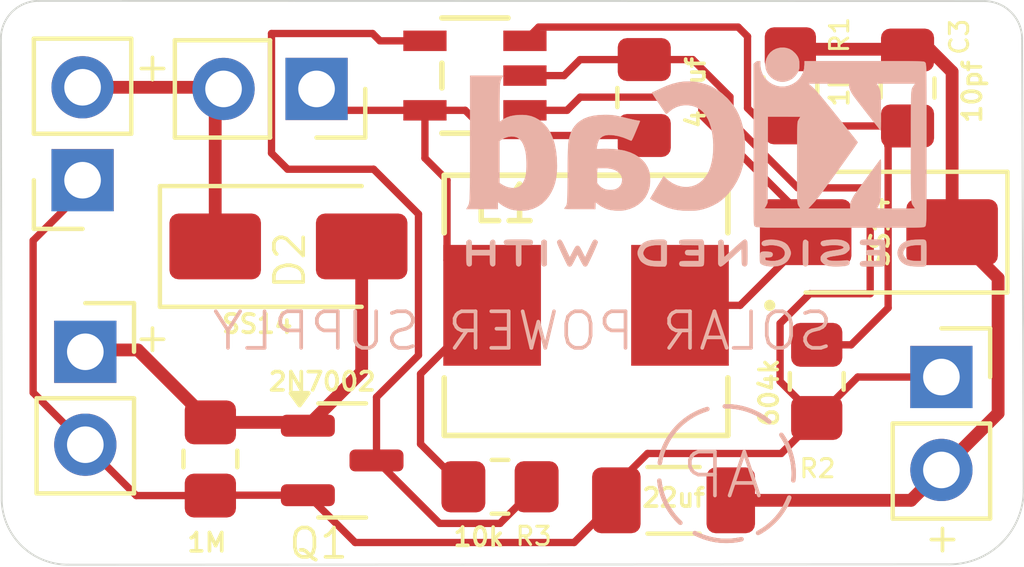
<source format=kicad_pcb>
(kicad_pcb (version 20241229) (generator "pcbnew") (generator_version "9.0")
  (layers (0 "F.Cu" signal) (2 "B.Cu" signal) (13 "F.Paste" user) (15 "B.Paste" user) (5 "F.SilkS" user "F.Silkscreen") (7 "B.SilkS" user "B.Silkscreen") (1 "F.Mask" user) (3 "B.Mask" user) (25 "Edge.Cuts" user))
  (net 0 "")
  (net 1 "GNDD")
  (net 2 "Net-(J3-Pin_1)")
  (net 3 "/output_pwr")
  (net 4 "Net-(U1-FB)")
  (net 5 "Net-(D1-A)")
  (net 6 "/solar_PWR")
  (net 7 "/battery_pwr")
  (net 8 "Net-(Q1-D)")
  (footprint "Connector_PinSocket_2.54mm:PinSocket_1x02_P2.54mm_Vertical" (layer "F.Cu") (at 66.5075 108.64 180)
    (property "Reference" "J2" (hide yes))
    (property "Value" "Conn_01x02_Pin" (hide yes))
    (pad "1" thru_hole rect (at 0 0 180) (size 1.7 1.7) (drill 1) (layers "*.Cu" "*.Mask") (net 1 "GNDD"))
    (pad "2" thru_hole circle (at 0 2.54 180) (size 1.7 1.7) (drill 1) (layers "*.Cu" "*.Mask") (net 7 "/battery_pwr"))
  )
  (footprint "footprints:IND_ASPI-0630LR_ABR" (layer "F.Cu") (at 80.2575 112.06 180)
    (property "Reference" "L1" (at 2.22 2.76987 0) (layer "F.SilkS"))
    (property "Value" "ASPI0630L")
    (pad "1" smd rect (at -2.5654 0 270) (size 3.302 2.667) (layers "F.Cu" "F.Mask" "F.Paste") (net 5 "Net-(D1-A)"))
    (pad "2" smd rect (at 2.5654 0 270) (size 3.302 2.667) (layers "F.Cu" "F.Mask" "F.Paste") (net 2 "Net-(J3-Pin_1)"))
  )
  (footprint "Diode_SMD:D_SMA" (layer "F.Cu") (at 72.13 110.45)
    (property "Reference" "D2" (at 0.0375 0.38 90) (layer "F.SilkS") (effects (font (size 0.8 0.8) (thickness 0.1))))
    (property "Value" "SS14" (at -0.8525 2.12 0) (layer "F.SilkS") (effects (font (size 0.5 0.5) (thickness 0.1) (bold yes))))
    (pad "1" smd roundrect (at -2 0) (size 2.5 1.8) (layers "F.Cu" "F.Mask" "F.Paste") (roundrect_rratio 0.1388888889) (net 7 "/battery_pwr"))
    (pad "2" smd roundrect (at 2 0) (size 2.5 1.8) (layers "F.Cu" "F.Mask" "F.Paste") (roundrect_rratio 0.1388888889) (net 6 "/solar_PWR"))
  )
  (footprint "Connector_PinSocket_2.54mm:PinSocket_1x02_P2.54mm_Vertical" (layer "F.Cu") (at 66.5825 113.33)
    (property "Reference" "J4" (hide yes))
    (property "Value" "Conn_01x02_Pin" (hide yes))
    (pad "1" thru_hole rect (at 0 0) (size 1.7 1.7) (drill 1) (layers "*.Cu" "*.Mask") (net 6 "/solar_PWR"))
    (pad "2" thru_hole circle (at 0 2.54) (size 1.7 1.7) (drill 1) (layers "*.Cu" "*.Mask") (net 1 "GNDD"))
  )
  (footprint "Resistor_SMD:R_0805_2012Metric_Pad1.20x1.40mm_HandSolder" (layer "F.Cu") (at 77.9075 117.02)
    (property "Reference" "R3" (hide yes))
    (property "Value" "10k" (at -0.58 1.375 0) (layer "F.SilkS") (effects (font (size 0.5 0.5) (thickness 0.1))))
    (fp_text user "${REFERENCE}" (at 0.92 1.35 0) (layer "F.SilkS") (effects (font (size 0.5 0.5) (thickness 0.08))))
    (pad "1" smd roundrect (at -1 0) (size 1.2 1.4) (layers "F.Cu" "F.Mask" "F.Paste") (roundrect_rratio 0.208333) (net 2 "Net-(J3-Pin_1)"))
    (pad "2" smd roundrect (at 1 0) (size 1.2 1.4) (layers "F.Cu" "F.Mask" "F.Paste") (roundrect_rratio 0.208333) (net 8 "Net-(Q1-D)"))
  )
  (footprint "Connector_PinSocket_2.54mm:PinSocket_1x02_P2.54mm_Vertical" (layer "F.Cu") (at 89.9625 114.02)
    (property "Reference" "J1" (hide yes))
    (property "Value" "Conn_01x02_Pin" (hide yes))
    (pad "1" thru_hole rect (at 0 0) (size 1.7 1.7) (drill 1) (layers "*.Cu" "*.Mask") (net 1 "GNDD"))
    (pad "2" thru_hole circle (at 0 2.54) (size 1.7 1.7) (drill 1) (layers "*.Cu" "*.Mask") (net 3 "/output_pwr"))
  )
  (footprint "Resistor_SMD:R_0805_2012Metric_Pad1.20x1.40mm_HandSolder" (layer "F.Cu") (at 86.5575 114.14 -90)
    (property "Reference" "R2" (hide yes))
    (property "Value" "604k" (at 0.305 1.305 90) (layer "F.SilkS") (effects (font (size 0.5 0.5) (thickness 0.1))))
    (fp_text user "${REFERENCE}" (at 2.38 -0.02 180) (layer "F.SilkS") (effects (font (size 0.5 0.5) (thickness 0.08))))
    (pad "1" smd roundrect (at -1 0 270) (size 1.2 1.4) (layers "F.Cu" "F.Mask" "F.Paste") (roundrect_rratio 0.208333) (net 4 "Net-(U1-FB)"))
    (pad "2" smd roundrect (at 1 0 270) (size 1.2 1.4) (layers "F.Cu" "F.Mask" "F.Paste") (roundrect_rratio 0.208333) (net 1 "GNDD"))
  )
  (footprint "Capacitor_SMD:C_0805_2012Metric_Pad1.18x1.45mm_HandSolder" (layer "F.Cu") (at 89.0375 106.12 -90)
    (property "Reference" "C3" (hide yes))
    (property "Value" "10pf" (at 0.1 -1.765 90) (layer "F.SilkS") (effects (font (size 0.5 0.5) (thickness 0.1))))
    (fp_text user "${REFERENCE}" (at -1.4 -1.415 90) (layer "F.SilkS") (effects (font (size 0.5 0.5) (thickness 0.08))))
    (pad "1" smd roundrect (at -1.0375 0 270) (size 1.175 1.45) (layers "F.Cu" "F.Mask" "F.Paste") (roundrect_rratio 0.212766) (net 3 "/output_pwr"))
    (pad "2" smd roundrect (at 1.0375 0 270) (size 1.175 1.45) (layers "F.Cu" "F.Mask" "F.Paste") (roundrect_rratio 0.212766) (net 4 "Net-(U1-FB)"))
  )
  (footprint "Capacitor_SMD:C_0805_2012Metric_Pad1.18x1.45mm_HandSolder" (layer "F.Cu") (at 81.8475 106.38 90)
    (property "Reference" "C1" (hide yes))
    (property "Value" "4.7uf" (at 0.135 1.405 90) (layer "F.SilkS") (effects (font (size 0.5 0.5) (thickness 0.1))))
    (pad "1" smd roundrect (at -1.0375 0 90) (size 1.175 1.45) (layers "F.Cu" "F.Mask" "F.Paste") (roundrect_rratio 0.212766) (net 2 "Net-(J3-Pin_1)"))
    (pad "2" smd roundrect (at 1.0375 0 90) (size 1.175 1.45) (layers "F.Cu" "F.Mask" "F.Paste") (roundrect_rratio 0.212766) (net 1 "GNDD"))
  )
  (footprint "Package_TO_SOT_SMD:SOT-23" (layer "F.Cu") (at 73.5975 116.3)
    (property "Reference" "Q1" (at -0.645 2.27 0) (layer "F.SilkS") (effects (font (size 0.8 0.8) (thickness 0.1))))
    (property "Value" "2N7002" (at -0.545 -2.155 180) (layer "F.SilkS") (effects (font (size 0.5 0.5) (thickness 0.1))))
    (pad "1" smd roundrect (at -0.9375 -0.95) (size 1.475 0.6) (layers "F.Cu" "F.Mask" "F.Paste") (net 6 "/solar_PWR"))
    (pad "2" smd roundrect (at -0.9375 0.95) (size 1.475 0.6) (layers "F.Cu" "F.Mask" "F.Paste") (net 1 "GNDD"))
    (pad "3" smd roundrect (at 0.9375 0) (size 1.475 0.6) (layers "F.Cu" "F.Mask" "F.Paste") (net 8 "Net-(Q1-D)"))
  )
  (footprint "Resistor_SMD:R_0805_2012Metric_Pad1.20x1.40mm_HandSolder" (layer "F.Cu") (at 69.9975 116.26 -90)
    (property "Reference" "R4" (hide yes))
    (property "Value" "1M" (at 2.285 0.095 180) (layer "F.SilkS") (effects (font (size 0.5 0.5) (thickness 0.1))))
    (pad "1" smd roundrect (at -1 0 270) (size 1.2 1.4) (layers "F.Cu" "F.Mask" "F.Paste") (roundrect_rratio 0.208333) (net 6 "/solar_PWR"))
    (pad "2" smd roundrect (at 1 0 270) (size 1.2 1.4) (layers "F.Cu" "F.Mask" "F.Paste") (roundrect_rratio 0.208333) (net 1 "GNDD"))
  )
  (footprint "Capacitor_SMD:C_1206_3216Metric_Pad1.33x1.80mm_HandSolder" (layer "F.Cu") (at 82.6475 117.39 180)
    (property "Reference" "C2" (hide yes))
    (property "Value" "22uf" (at 0 0.07 0) (layer "F.SilkS") (effects (font (size 0.5 0.5) (thickness 0.1))))
    (pad "1" smd roundrect (at -1.5625 0 180) (size 1.325 1.8) (layers "F.Cu" "F.Mask" "F.Paste") (roundrect_rratio 0.188679) (net 3 "/output_pwr"))
    (pad "2" smd roundrect (at 1.5625 0 180) (size 1.325 1.8) (layers "F.Cu" "F.Mask" "F.Paste") (roundrect_rratio 0.188679) (net 1 "GNDD"))
  )
  (footprint "Resistor_SMD:R_0805_2012Metric_Pad1.20x1.40mm_HandSolder" (layer "F.Cu") (at 85.8375 106.06 -90)
    (property "Reference" "R1" (hide yes))
    (property "Value" "1M" (at 0.035 -1.34 270) (layer "F.SilkS") (effects (font (size 0.5 0.5) (thickness 0.1))))
    (fp_text user "${REFERENCE}" (at -1.39 -1.34 90) (layer "F.SilkS") (effects (font (size 0.5 0.5) (thickness 0.08))))
    (pad "1" smd roundrect (at -1 0 270) (size 1.2 1.4) (layers "F.Cu" "F.Mask" "F.Paste") (roundrect_rratio 0.208333) (net 3 "/output_pwr"))
    (pad "2" smd roundrect (at 1 0 270) (size 1.2 1.4) (layers "F.Cu" "F.Mask" "F.Paste") (roundrect_rratio 0.208333) (net 4 "Net-(U1-FB)"))
  )
  (footprint "AP3015aktr -g1:SOT23-5_1P55X2P9_DIO" (layer "F.Cu") (at 77.22275 105.78 180)
    (property "Reference" "U1" (hide yes))
    (property "Value" "aktr")
    (pad "1" smd rect (at -1.36525 -0.950001 180) (size 1.1811 0.5588) (layers "F.Cu" "F.Mask" "F.Paste") (net 5 "Net-(D1-A)"))
    (pad "2" smd rect (at -1.36525 0 180) (size 1.1811 0.5588) (layers "F.Cu" "F.Mask" "F.Paste") (net 1 "GNDD"))
    (pad "3" smd rect (at -1.36525 0.950001 180) (size 1.1811 0.5588) (layers "F.Cu" "F.Mask" "F.Paste") (net 4 "Net-(U1-FB)"))
    (pad "4" smd rect (at 1.36525 0.950001 180) (size 1.1811 0.5588) (layers "F.Cu" "F.Mask" "F.Paste") (net 8 "Net-(Q1-D)"))
    (pad "5" smd rect (at 1.36525 -0.950001 180) (size 1.1811 0.5588) (layers "F.Cu" "F.Mask" "F.Paste") (net 2 "Net-(J3-Pin_1)"))
  )
  (footprint "Diode_SMD:D_SMA" (layer "F.Cu") (at 88.255 110.06 180)
    (property "Reference" "D1" (hide yes))
    (property "Value" "SS14" (at -0.0225 0 90) (layer "F.SilkS") (effects (font (size 0.5 0.5) (thickness 0.1))))
    (pad "1" smd roundrect (at -2 0 180) (size 2.5 1.8) (layers "F.Cu" "F.Mask" "F.Paste") (roundrect_rratio 0.1388888889) (net 3 "/output_pwr"))
    (pad "2" smd roundrect (at 2 0 180) (size 2.5 1.8) (layers "F.Cu" "F.Mask" "F.Paste") (roundrect_rratio 0.1388888889) (net 5 "Net-(D1-A)"))
  )
  (footprint "Connector_PinSocket_2.54mm:PinSocket_1x02_P2.54mm_Vertical" (layer "F.Cu") (at 72.8975 106.145 -90)
    (property "Reference" "J3" (hide yes))
    (property "Value" "Conn_01x02_Pin" (hide yes))
    (pad "1" thru_hole rect (at 0 0 270) (size 1.7 1.7) (drill 1) (layers "*.Cu" "*.Mask") (net 2 "Net-(J3-Pin_1)"))
    (pad "2" thru_hole circle (at 0 2.54 270) (size 1.7 1.7) (drill 1) (layers "*.Cu" "*.Mask") (net 7 "/battery_pwr"))
  )
  (footprint "Symbol:KiCad-Logo2_5mm_SilkScreen" (layer "B.Cu") (at 83.2775 107.995 180)
    (property "Reference" "REF**" (hide yes))
    (property "Value" "KiCad-Logo2_5mm_SilkScreen" (hide yes))
  )
  (gr_circle (center 84.088315 116.66) (end 82.538315 115.67) (stroke (width 0.12) (type dash)) (fill no) (layer "B.SilkS"))
  (gr_line (start 65.30746 103.739061) (end 91.144435 103.744245) (stroke (width 0.05)) (layer "Edge.Cuts"))
  (gr_line (start 64.2775 104.76) (end 64.299036 117.39491) (stroke (width 0.05)) (layer "Edge.Cuts"))
  (gr_line (start 90.1775 119.14) (end 66.117551 119.149269) (stroke (width 0.05)) (layer "Edge.Cuts"))
  (gr_line (start 92.165964 104.77509) (end 92.2075 117.11) (stroke (width 0.05)) (layer "Edge.Cuts"))
  (gr_arc (start 66.117551 119.149269) (mid 64.851309 118.642129) (end 64.299036 117.39491) (stroke (width 0.05)) (layer "Edge.Cuts"))
  (gr_arc (start 92.2075 117.11) (mid 91.612927 118.545427) (end 90.1775 119.14) (stroke (width 0.05)) (layer "Edge.Cuts"))
  (gr_arc (start 91.145079 103.74513) (mid 91.867526 104.049986) (end 92.165964 104.77509) (stroke (width 0.05)) (layer "Edge.Cuts"))
  (gr_arc (start 64.2775 104.76) (mid 64.582362 104.037555) (end 65.30746 103.739115) (stroke (width 0.05)) (layer "Edge.Cuts"))
  (gr_text "+" (at 68.9775 113.395 0) (layer "F.SilkS") (effects (font (size 0.8 0.8) (thickness 0.1)) (justify left bottom mirror)))
  (gr_text "+" (at 90.5525 118.87 0) (layer "F.SilkS") (effects (font (size 0.8 0.8) (thickness 0.1)) (justify left bottom mirror)))
  (gr_text "+" (at 68.9775 105.995 0) (layer "F.SilkS") (effects (font (size 0.8 0.8) (thickness 0.1)) (justify left bottom mirror)))
  (gr_text "SOLAR POWER SUPPLY" (at 87.0675 113.35 0) (layer "B.SilkS") (effects (font (size 1 1) (thickness 0.1)) (justify left bottom mirror)))
  (gr_text "AP" (at 85.1575 117.41 0) (layer "B.SilkS") (effects (font (size 1.2 1.2) (thickness 0.1)) (justify left bottom mirror)))
  (segment (start 78.588 105.78) (end 79.6575 105.78) (width 0.2) (layer "F.Cu") (net 1))
  (segment (start 66.5825 115.87) (end 65.1575 114.445) (width 0.2) (layer "F.Cu") (net 1))
  (segment (start 79.6575 105.78) (end 80.095 105.3425) (width 0.2) (layer "F.Cu") (net 1))
  (segment (start 72.66 117.25) (end 73.952945 118.542945) (width 0.2) (layer "F.Cu") (net 1))
  (segment (start 86.04034 108.849) (end 87.8365 108.849) (width 0.2) (layer "F.Cu") (net 1))
  (segment (start 85.5565 112.55484) (end 85.5565 114.139) (width 0.2) (layer "F.Cu") (net 1))
  (segment (start 66.5075 108.94) (end 66.5075 108.64) (width 0.2) (layer "F.Cu") (net 1))
  (segment (start 85.5875 116.11) (end 86.5575 115.14) (width 0.2) (layer "F.Cu") (net 1))
  (segment (start 90.0075 114.0575) (end 90.0525 114.1025) (width 0.35) (layer "F.Cu") (net 1))
  (segment (start 89.615 113.9875) (end 89.7425 113.86) (width 0.35) (layer "F.Cu") (net 1))
  (segment (start 88.0175 111.7429) (end 86.36844 111.7429) (width 0.2) (layer "F.Cu") (net 1))
  (segment (start 89.53 113.58) (end 90.0525 114.1025) (width 0.35) (layer "F.Cu") (net 1))
  (segment (start 70.2075 117.25) (end 72.66 117.25) (width 0.2) (layer "F.Cu") (net 1))
  (segment (start 70.1975 117.26) (end 70.2075 117.25) (width 0.2) (layer "F.Cu") (net 1))
  (segment (start 79.932055 118.542945) (end 81.085 117.39) (width 0.2) (layer "F.Cu") (net 1))
  (segment (start 88.0175 109.03) (end 88.0175 111.7429) (width 0.2) (layer "F.Cu") (net 1))
  (segment (start 86.36844 111.7429) (end 85.5565 112.55484) (width 0.2) (layer "F.Cu") (net 1))
  (segment (start 65.1575 110.29) (end 66.5075 108.94) (width 0.2) (layer "F.Cu") (net 1))
  (segment (start 67.9725 117.26) (end 69.9975 117.26) (width 0.2) (layer "F.Cu") (net 1))
  (segment (start 81.085 117.39) (end 81.085 116.9625) (width 0.2) (layer "F.Cu") (net 1))
  (segment (start 84.1875 106.36) (end 84.1875 106.99616) (width 0.2) (layer "F.Cu") (net 1))
  (segment (start 83.17 105.3425) (end 84.1875 106.36) (width 0.2) (layer "F.Cu") (net 1))
  (segment (start 73.952945 118.542945) (end 79.932055 118.542945) (width 0.2) (layer "F.Cu") (net 1))
  (segment (start 81.8475 105.3425) (end 83.17 105.3425) (width 0.2) (layer "F.Cu") (net 1))
  (segment (start 66.5825 115.87) (end 67.9725 117.26) (width 0.2) (layer "F.Cu") (net 1))
  (segment (start 65.1575 114.445) (end 65.1575 110.29) (width 0.2) (layer "F.Cu") (net 1))
  (segment (start 85.5565 114.139) (end 86.5575 115.14) (width 0.2) (layer "F.Cu") (net 1))
  (segment (start 81.9375 116.11) (end 85.5875 116.11) (width 0.2) (layer "F.Cu") (net 1))
  (segment (start 69.9975 117.26) (end 70.1975 117.26) (width 0.2) (layer "F.Cu") (net 1))
  (segment (start 87.8365 108.849) (end 88.0175 109.03) (width 0.2) (layer "F.Cu") (net 1))
  (segment (start 87.6775 114.02) (end 86.5575 115.14) (width 0.2) (layer "F.Cu") (net 1))
  (segment (start 80.095 105.3425) (end 81.8475 105.3425) (width 0.2) (layer "F.Cu") (net 1))
  (segment (start 84.1875 106.99616) (end 86.04034 108.849) (width 0.2) (layer "F.Cu") (net 1))
  (segment (start 81.085 116.9625) (end 81.9375 116.11) (width 0.2) (layer "F.Cu") (net 1))
  (segment (start 89.9625 114.02) (end 87.6775 114.02) (width 0.2) (layer "F.Cu") (net 1))
  (segment (start 77.645 107.4175) (end 81.8475 107.4175) (width 0.2) (layer "F.Cu") (net 2))
  (segment (start 75.8575 106.730001) (end 73.482501 106.730001) (width 0.2) (layer "F.Cu") (net 2))
  (segment (start 75.7375 113.9345) (end 77.552 112.12) (width 0.2) (layer "F.Cu") (net 2))
  (segment (start 76.4608 110.8287) (end 76.4608 108.639964) (width 0.2) (layer "F.Cu") (net 2))
  (segment (start 75.8575 106.730001) (end 75.8575 108.036664) (width 0.2) (layer "F.Cu") (net 2))
  (segment (start 81.585 107.29) (end 81.8475 107.0275) (width 0.2) (layer "F.Cu") (net 2))
  (segment (start 76.9075 117.02) (end 75.7375 115.85) (width 0.2) (layer "F.Cu") (net 2))
  (segment (start 77.6921 112.06) (end 76.4608 110.8287) (width 0.2) (layer "F.Cu") (net 2))
  (segment (start 75.8575 106.730001) (end 76.957501 106.730001) (width 0.2) (layer "F.Cu") (net 2))
  (segment (start 76.957501 106.730001) (end 77.645 107.4175) (width 0.2) (layer "F.Cu") (net 2))
  (segment (start 75.8575 108.036664) (end 76.4608 108.639964) (width 0.2) (layer "F.Cu") (net 2))
  (segment (start 73.482501 106.730001) (end 72.8975 106.145) (width 0.2) (layer "F.Cu") (net 2))
  (segment (start 75.7375 115.85) (end 75.7375 113.9345) (width 0.2) (layer "F.Cu") (net 2))
  (segment (start 91.510922 111.315922) (end 91.510922 115.011578) (width 0.35) (layer "F.Cu") (net 3))
  (segment (start 84.21 117.39) (end 89.1325 117.39) (width 0.35) (layer "F.Cu") (net 3))
  (segment (start 89.0375 105.0825) (end 89.66 105.0825) (width 0.35) (layer "F.Cu") (net 3))
  (segment (start 89.66 105.0825) (end 90.255 105.6775) (width 0.35) (layer "F.Cu") (net 3))
  (segment (start 90.255 105.6775) (end 90.255 110.06) (width 0.35) (layer "F.Cu") (net 3))
  (segment (start 85.8375 105.06) (end 89.015 105.06) (width 0.35) (layer "F.Cu") (net 3))
  (segment (start 91.510922 111.315922) (end 90.255 110.06) (width 0.35) (layer "F.Cu") (net 3))
  (segment (start 89.015 105.06) (end 89.0375 105.0825) (width 0.35) (layer "F.Cu") (net 3))
  (segment (start 89.1325 117.39) (end 89.9625 116.56) (width 0.35) (layer "F.Cu") (net 3))
  (segment (start 90.255 110.06) (end 90.255 110.0675) (width 0.35) (layer "F.Cu") (net 3))
  (segment (start 91.510922 115.011578) (end 89.9625 116.56) (width 0.35) (layer "F.Cu") (net 3))
  (segment (start 85.0575 107.06) (end 85.8375 107.06) (width 0.2) (layer "F.Cu") (net 4))
  (segment (start 78.588 104.829999) (end 78.963999 104.454) (width 0.2) (layer "F.Cu") (net 4))
  (segment (start 84.4115 104.454) (end 84.6675 104.71) (width 0.2) (layer "F.Cu") (net 4))
  (segment (start 86.5575 113.14) (end 87.4975 113.14) (width 0.2) (layer "F.Cu") (net 4))
  (segment (start 86.005 107.1575) (end 89.0375 107.1575) (width 0.2) (layer "F.Cu") (net 4))
  (segment (start 88.5075 107.6875) (end 89.0375 107.1575) (width 0.2) (layer "F.Cu") (net 4))
  (segment (start 78.963999 104.454) (end 84.4115 104.454) (width 0.2) (layer "F.Cu") (net 4))
  (segment (start 84.6675 104.71) (end 84.6675 106.67) (width 0.2) (layer "F.Cu") (net 4))
  (segment (start 88.5075 112.13) (end 88.5075 107.6875) (width 0.2) (layer "F.Cu") (net 4))
  (segment (start 85.8375 107.06) (end 85.9075 107.06) (width 0.2) (layer "F.Cu") (net 4))
  (segment (start 87.4975 113.14) (end 88.5075 112.13) (width 0.2) (layer "F.Cu") (net 4))
  (segment (start 89.0375 107.1575) (end 88.4975 107.6975) (width 0.2) (layer "F.Cu") (net 4))
  (segment (start 85.9075 107.06) (end 86.005 107.1575) (width 0.2) (layer "F.Cu") (net 4))
  (segment (start 84.6675 106.67) (end 85.0575 107.06) (width 0.2) (layer "F.Cu") (net 4))
  (segment (start 83.4175 106.87) (end 86.255 109.7075) (width 0.2) (layer "F.Cu") (net 5))
  (segment (start 84.465 112.06) (end 86.475 110.05) (width 0.2) (layer "F.Cu") (net 5))
  (segment (start 80.0975 106.37) (end 83.2775 106.37) (width 0.2) (layer "F.Cu") (net 5))
  (segment (start 82.8229 112.06) (end 84.465 112.06) (width 0.2) (layer "F.Cu") (net 5))
  (segment (start 86.255 109.7075) (end 86.255 110.06) (width 0.2) (layer "F.Cu") (net 5))
  (segment (start 83.4175 106.51) (end 83.4175 106.87) (width 0.2) (layer "F.Cu") (net 5))
  (segment (start 78.588 106.730001) (end 79.737499 106.730001) (width 0.2) (layer "F.Cu") (net 5))
  (segment (start 79.737499 106.730001) (end 80.0975 106.37) (width 0.2) (layer "F.Cu") (net 5))
  (segment (start 83.2775 106.37) (end 83.4175 106.51) (width 0.2) (layer "F.Cu") (net 5))
  (segment (start 68.0175 113.28) (end 69.9975 115.26) (width 0.35) (layer "F.Cu") (net 6))
  (segment (start 72.66 115.35) (end 74.13 113.88) (width 0.35) (layer "F.Cu") (net 6))
  (segment (start 69.9975 115.26) (end 72.57 115.26) (width 0.35) (layer "F.Cu") (net 6))
  (segment (start 72.57 115.26) (end 72.66 115.35) (width 0.35) (layer "F.Cu") (net 6))
  (segment (start 74.13 113.88) (end 74.13 110.45) (width 0.35) (layer "F.Cu") (net 6))
  (segment (start 66.6325 113.28) (end 68.0175 113.28) (width 0.35) (layer "F.Cu") (net 6))
  (segment (start 66.6125 113.3) (end 66.6325 113.28) (width 0.35) (layer "F.Cu") (net 6))
  (segment (start 69.9975 114.96) (end 69.9975 115.26) (width 0.35) (layer "F.Cu") (net 6))
  (segment (start 70.13 106.7425) (end 70.7475 106.125) (width 0.35) (layer "F.Cu") (net 7))
  (segment (start 70.7225 106.1) (end 70.7475 106.125) (width 0.35) (layer "F.Cu") (net 7))
  (segment (start 66.5075 106.1) (end 70.3125 106.1) (width 0.35) (layer "F.Cu") (net 7))
  (segment (start 70.3125 106.1) (end 70.3575 106.145) (width 0.35) (layer "F.Cu") (net 7))
  (segment (start 70.13 106.3725) (end 70.3575 106.145) (width 0.35) (layer "F.Cu") (net 7))
  (segment (start 70.13 110.45) (end 70.13 106.3725) (width 0.35) (layer "F.Cu") (net 7))
  (segment (start 78.9075 117.02) (end 77.9065 118.021) (width 0.2) (layer "F.Cu") (net 8))
  (segment (start 74.535 114.5699) (end 74.535 116.3) (width 0.2) (layer "F.Cu") (net 8))
  (segment (start 74.627499 104.829999) (end 74.4275 104.63) (width 0.2) (layer "F.Cu") (net 8))
  (segment (start 78.9075 117.37) (end 78.9075 117.02) (width 0.2) (layer "F.Cu") (net 8))
  (segment (start 71.6675 107.9) (end 72.1075 108.34) (width 0.2) (layer "F.Cu") (net 8))
  (segment (start 74.45616 108.34) (end 75.681 109.56484) (width 0.2) (layer "F.Cu") (net 8))
  (segment (start 75.8575 104.829999) (end 74.627499 104.829999) (width 0.2) (layer "F.Cu") (net 8))
  (segment (start 75.681 109.56484) (end 75.681 113.4239) (width 0.2) (layer "F.Cu") (net 8))
  (segment (start 71.6675 104.63) (end 71.6675 107.9) (width 0.2) (layer "F.Cu") (net 8))
  (segment (start 74.4275 104.63) (end 71.6675 104.63) (width 0.2) (layer "F.Cu") (net 8))
  (segment (start 72.1075 108.34) (end 74.45616 108.34) (width 0.2) (layer "F.Cu") (net 8))
  (segment (start 77.9065 118.021) (end 76.256 118.021) (width 0.2) (layer "F.Cu") (net 8))
  (segment (start 76.256 118.021) (end 74.535 116.3) (width 0.2) (layer "F.Cu") (net 8))
  (segment (start 75.681 113.4239) (end 74.535 114.5699) (width 0.2) (layer "F.Cu") (net 8))
)
</source>
